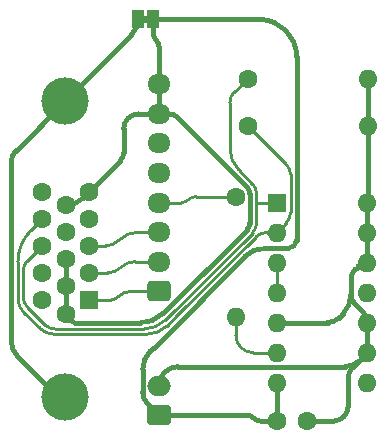
<source format=gbr>
%TF.GenerationSoftware,KiCad,Pcbnew,(6.0.1)*%
%TF.CreationDate,2022-01-23T22:03:48-08:00*%
%TF.ProjectId,gbsc-sync-combiner-v3,67627363-2d73-4796-9e63-2d636f6d6269,rev?*%
%TF.SameCoordinates,Original*%
%TF.FileFunction,Copper,L1,Top*%
%TF.FilePolarity,Positive*%
%FSLAX46Y46*%
G04 Gerber Fmt 4.6, Leading zero omitted, Abs format (unit mm)*
G04 Created by KiCad (PCBNEW (6.0.1)) date 2022-01-23 22:03:48*
%MOMM*%
%LPD*%
G01*
G04 APERTURE LIST*
G04 Aperture macros list*
%AMRoundRect*
0 Rectangle with rounded corners*
0 $1 Rounding radius*
0 $2 $3 $4 $5 $6 $7 $8 $9 X,Y pos of 4 corners*
0 Add a 4 corners polygon primitive as box body*
4,1,4,$2,$3,$4,$5,$6,$7,$8,$9,$2,$3,0*
0 Add four circle primitives for the rounded corners*
1,1,$1+$1,$2,$3*
1,1,$1+$1,$4,$5*
1,1,$1+$1,$6,$7*
1,1,$1+$1,$8,$9*
0 Add four rect primitives between the rounded corners*
20,1,$1+$1,$2,$3,$4,$5,0*
20,1,$1+$1,$4,$5,$6,$7,0*
20,1,$1+$1,$6,$7,$8,$9,0*
20,1,$1+$1,$8,$9,$2,$3,0*%
G04 Aperture macros list end*
%TA.AperFunction,ComponentPad*%
%ADD10RoundRect,0.250000X0.750000X-0.600000X0.750000X0.600000X-0.750000X0.600000X-0.750000X-0.600000X0*%
%TD*%
%TA.AperFunction,ComponentPad*%
%ADD11O,2.000000X1.700000*%
%TD*%
%TA.AperFunction,ComponentPad*%
%ADD12RoundRect,0.250000X0.725000X-0.600000X0.725000X0.600000X-0.725000X0.600000X-0.725000X-0.600000X0*%
%TD*%
%TA.AperFunction,ComponentPad*%
%ADD13O,1.950000X1.700000*%
%TD*%
%TA.AperFunction,SMDPad,CuDef*%
%ADD14R,1.000000X1.500000*%
%TD*%
%TA.AperFunction,ComponentPad*%
%ADD15R,1.600000X1.600000*%
%TD*%
%TA.AperFunction,ComponentPad*%
%ADD16O,1.600000X1.600000*%
%TD*%
%TA.AperFunction,ComponentPad*%
%ADD17C,1.600000*%
%TD*%
%TA.AperFunction,ComponentPad*%
%ADD18C,4.000000*%
%TD*%
%TA.AperFunction,Conductor*%
%ADD19C,0.381000*%
%TD*%
%TA.AperFunction,Conductor*%
%ADD20C,0.254000*%
%TD*%
G04 APERTURE END LIST*
%TO.C,JP1*%
G36*
X109100000Y-53800000D02*
G01*
X108600000Y-53800000D01*
X108600000Y-53200000D01*
X109100000Y-53200000D01*
X109100000Y-53800000D01*
G37*
%TD*%
D10*
%TO.P,J2,1*%
%TO.N,GND*%
X110000000Y-87000000D03*
D11*
%TO.P,J2,2*%
%TO.N,+5V*%
X110000000Y-84500000D03*
%TD*%
D12*
%TO.P,J3,1*%
%TO.N,Red*%
X110000000Y-76500000D03*
D13*
%TO.P,J3,2*%
%TO.N,Green*%
X110000000Y-74000000D03*
%TO.P,J3,3*%
%TO.N,Blue*%
X110000000Y-71500000D03*
%TO.P,J3,4*%
%TO.N,Net-(J3-Pad4)*%
X110000000Y-69000000D03*
%TO.P,J3,5*%
%TO.N,Net-(J3-Pad5)*%
X110000000Y-66500000D03*
%TO.P,J3,6*%
%TO.N,Net-(J3-Pad6)*%
X110000000Y-64000000D03*
%TO.P,J3,7*%
%TO.N,GND*%
X110000000Y-61500000D03*
%TO.P,J3,8*%
X110000000Y-59000000D03*
%TD*%
D14*
%TO.P,JP1,1*%
%TO.N,GND*%
X109500000Y-53500000D03*
%TO.P,JP1,2*%
%TO.N,Net-(J1-Pad0)*%
X108200000Y-53500000D03*
%TD*%
D15*
%TO.P,U1,1*%
%TO.N,/HSync*%
X120000000Y-69000000D03*
D16*
%TO.P,U1,2*%
%TO.N,/VSync*%
X120000000Y-71540000D03*
%TO.P,U1,3*%
%TO.N,Net-(U1-Pad3)*%
X120000000Y-74080000D03*
%TO.P,U1,4*%
X120000000Y-76620000D03*
%TO.P,U1,5*%
%TO.N,+5V*%
X120000000Y-79160000D03*
%TO.P,U1,6*%
%TO.N,/CSync*%
X120000000Y-81700000D03*
%TO.P,U1,7*%
%TO.N,GND*%
X120000000Y-84240000D03*
%TO.P,U1,8*%
%TO.N,Net-(U1-Pad8)*%
X127620000Y-84240000D03*
%TO.P,U1,9*%
%TO.N,+5V*%
X127620000Y-81700000D03*
%TO.P,U1,10*%
X127620000Y-79160000D03*
%TO.P,U1,11*%
%TO.N,Net-(U1-Pad11)*%
X127620000Y-76620000D03*
%TO.P,U1,12*%
%TO.N,+5V*%
X127620000Y-74080000D03*
%TO.P,U1,13*%
X127620000Y-71540000D03*
%TO.P,U1,14*%
X127620000Y-69000000D03*
%TD*%
D17*
%TO.P,R1,1*%
%TO.N,/HSync*%
X117500000Y-58500000D03*
D16*
%TO.P,R1,2*%
%TO.N,+5V*%
X127660000Y-58500000D03*
%TD*%
D17*
%TO.P,C1,1*%
%TO.N,+5V*%
X122500000Y-87500000D03*
%TO.P,C1,2*%
%TO.N,GND*%
X120000000Y-87500000D03*
%TD*%
D18*
%TO.P,J1,0*%
%TO.N,Net-(J1-Pad0)*%
X102036660Y-60435000D03*
X102036660Y-85435000D03*
D15*
%TO.P,J1,1*%
%TO.N,Red*%
X104086660Y-77250000D03*
D17*
%TO.P,J1,2*%
%TO.N,Green*%
X104086660Y-74960000D03*
%TO.P,J1,3*%
%TO.N,Blue*%
X104086660Y-72670000D03*
%TO.P,J1,4*%
%TO.N,Net-(J1-Pad4)*%
X104086660Y-70380000D03*
%TO.P,J1,5*%
%TO.N,GND*%
X104086660Y-68090000D03*
%TO.P,J1,6*%
X102106660Y-78395000D03*
%TO.P,J1,7*%
X102106660Y-76105000D03*
%TO.P,J1,8*%
X102106660Y-73815000D03*
%TO.P,J1,9*%
%TO.N,Net-(J1-Pad9)*%
X102106660Y-71525000D03*
%TO.P,J1,10*%
%TO.N,GND*%
X102106660Y-69235000D03*
%TO.P,J1,11*%
%TO.N,Net-(J1-Pad11)*%
X100126660Y-77250000D03*
%TO.P,J1,12*%
%TO.N,Net-(J1-Pad12)*%
X100126660Y-74960000D03*
%TO.P,J1,13*%
%TO.N,/HSync*%
X100126660Y-72670000D03*
%TO.P,J1,14*%
%TO.N,/VSync*%
X100126660Y-70380000D03*
%TO.P,J1,15*%
%TO.N,Net-(J1-Pad15)*%
X100126660Y-68090000D03*
%TD*%
%TO.P,R3,1*%
%TO.N,Net-(J3-Pad4)*%
X116500000Y-68500000D03*
D16*
%TO.P,R3,2*%
%TO.N,/CSync*%
X116500000Y-78660000D03*
%TD*%
D17*
%TO.P,R2,1*%
%TO.N,/VSync*%
X117500000Y-62500000D03*
D16*
%TO.P,R2,2*%
%TO.N,+5V*%
X127660000Y-62500000D03*
%TD*%
D19*
%TO.N,GND*%
X109793312Y-81043312D02*
X117293312Y-73543312D01*
X110000000Y-87000000D02*
X117396447Y-87000000D01*
X108362605Y-79194999D02*
X102906659Y-79194999D01*
X118500000Y-53500000D02*
X109500000Y-53500000D01*
X109255344Y-81581279D02*
X109793312Y-81043312D01*
X121644511Y-72144511D02*
X121644511Y-56644511D01*
X110000000Y-61500000D02*
X110000000Y-59000000D01*
X107000000Y-64750000D02*
X107000000Y-62750000D01*
X102106660Y-76105000D02*
X102106660Y-78395000D01*
X110916833Y-61500000D02*
X110000000Y-61500000D01*
X118603553Y-87500000D02*
X120000000Y-87500000D01*
X120000000Y-84240000D02*
X120000000Y-87500000D01*
X111505971Y-61744029D02*
X117421136Y-67659194D01*
X117690501Y-68309499D02*
X117690501Y-70690501D01*
X103532094Y-68644566D02*
X104086660Y-68090000D01*
X117443142Y-71287678D02*
X110365410Y-78365410D01*
X104086660Y-68090000D02*
X106698305Y-65478355D01*
X109500000Y-53500000D02*
X109500000Y-54646447D01*
X110000000Y-87000000D02*
X109000000Y-86000000D01*
X108609490Y-85057226D02*
X108609490Y-83140510D01*
X102106660Y-73815000D02*
X102106660Y-76105000D01*
X108250000Y-61500000D02*
X110000000Y-61500000D01*
X110000000Y-55853553D02*
X110000000Y-59000000D01*
X118871756Y-72889499D02*
X120899523Y-72889499D01*
X109750000Y-55250000D02*
G75*
G02*
X109500000Y-54646447I603545J603550D01*
G01*
X118000000Y-87250000D02*
G75*
G03*
X117396447Y-87000000I-603555J-603556D01*
G01*
X110916833Y-61500001D02*
G75*
G02*
X111505970Y-61744030I2J-833161D01*
G01*
X109255344Y-81581279D02*
G75*
G03*
X108609490Y-83140510I1559236J-1559232D01*
G01*
X117443142Y-71287678D02*
G75*
G03*
X117690501Y-70690501I-597165J597172D01*
G01*
X118603553Y-87500000D02*
G75*
G02*
X118000000Y-87250000I0J853552D01*
G01*
X117690501Y-68309499D02*
G75*
G03*
X117421136Y-67659194I-919672J-1D01*
G01*
X121644511Y-72144511D02*
G75*
G02*
X120899523Y-72889499I-744988J0D01*
G01*
X103532094Y-68644566D02*
G75*
G02*
X102106660Y-69235000I-1425436J1425438D01*
G01*
X118500000Y-53500000D02*
G75*
G02*
X121644511Y-56644511I0J-3144511D01*
G01*
X102106660Y-78395000D02*
G75*
G03*
X102906659Y-79194999I799998J-1D01*
G01*
X106999999Y-64750000D02*
G75*
G02*
X106698304Y-65478354I-1030043J-2D01*
G01*
X110000000Y-55853553D02*
G75*
G03*
X109750000Y-55250000I-853552J0D01*
G01*
X108609490Y-85057226D02*
G75*
G03*
X109000000Y-86000000I1333290J3D01*
G01*
X108362605Y-79194999D02*
G75*
G03*
X110365410Y-78365410I0J2832393D01*
G01*
X108250000Y-61500000D02*
G75*
G03*
X107000000Y-62750000I2J-1250002D01*
G01*
X118871756Y-72889500D02*
G75*
G03*
X117293313Y-73543313I0J-2232256D01*
G01*
%TO.N,+5V*%
X127620000Y-71540000D02*
X127620000Y-74080000D01*
X126603553Y-74646446D02*
X126750000Y-74500000D01*
X127000000Y-78000000D02*
X126603554Y-77603554D01*
X127660000Y-58500000D02*
X127660000Y-62500000D01*
X126000000Y-86250000D02*
X126000000Y-83927403D01*
X127620000Y-69000000D02*
X127620000Y-71540000D01*
X122500000Y-87500000D02*
X124750000Y-87500000D01*
X120000000Y-79160000D02*
X124260173Y-79160000D01*
X111609499Y-82890501D02*
X111609989Y-82890011D01*
X127660000Y-68960000D02*
X127620000Y-69000000D01*
X127620000Y-81700000D02*
X126910000Y-82410000D01*
X126750000Y-74500000D02*
X126851801Y-74398199D01*
X111609989Y-82890011D02*
X125751151Y-82890011D01*
X126250000Y-76750000D02*
X126250000Y-75500000D01*
X126910000Y-82410000D02*
X126429499Y-82890501D01*
X127620000Y-79160000D02*
X127620000Y-81700000D01*
X127238162Y-78238163D02*
X127000000Y-78000000D01*
X125250000Y-78750000D02*
X125542893Y-78457107D01*
X127660000Y-62500000D02*
X127660000Y-68960000D01*
X127620000Y-74080001D02*
G75*
G03*
X126851801Y-74398199I2J-1086401D01*
G01*
X126429499Y-82890501D02*
G75*
G03*
X126000000Y-83927403I1036901J-1036902D01*
G01*
X126910000Y-82410000D02*
G75*
G02*
X125751151Y-82890011I-1158846J1158843D01*
G01*
X126250000Y-76750000D02*
G75*
G03*
X126603554Y-77603554I1207111J2D01*
G01*
X111609499Y-82890501D02*
G75*
G03*
X110000000Y-84500000I-1J-1609498D01*
G01*
X127238162Y-78238163D02*
G75*
G02*
X127620000Y-79160000I-921828J-921834D01*
G01*
X126603553Y-74646446D02*
G75*
G03*
X126250000Y-75500000I853563J-853557D01*
G01*
X125250000Y-78750000D02*
G75*
G02*
X124260173Y-79160000I-989826J989823D01*
G01*
X126000000Y-86250000D02*
G75*
G02*
X124750000Y-87500000I-1250002J2D01*
G01*
X126250000Y-76750000D02*
G75*
G02*
X125542893Y-78457107I-2414211J-1D01*
G01*
%TO.N,Net-(J1-Pad0)*%
X102036660Y-60435000D02*
X97873593Y-64598067D01*
X97500000Y-65500000D02*
X97500000Y-80792894D01*
X102036660Y-60435000D02*
X107654354Y-54817306D01*
X98000000Y-82000000D02*
X101009562Y-85009562D01*
X108200000Y-53500000D02*
G75*
G02*
X107654354Y-54817306I-1862949J-1D01*
G01*
X97500000Y-65500000D02*
G75*
G02*
X97873593Y-64598067I1275528J-1D01*
G01*
X102036660Y-85434999D02*
G75*
G02*
X101009563Y-85009561I0J1452535D01*
G01*
X98000000Y-82000000D02*
G75*
G02*
X97500000Y-80792894I1207108J1207107D01*
G01*
D20*
%TO.N,/VSync*%
X120000000Y-71540000D02*
X119112591Y-71540000D01*
X111552378Y-78552378D02*
X110660700Y-79444055D01*
X98045990Y-77153923D02*
X98045990Y-74045990D01*
X121127001Y-69839840D02*
X121127001Y-66622999D01*
X99886189Y-79636189D02*
X98500000Y-78250000D01*
X108916519Y-80166519D02*
X101166519Y-80166519D01*
X117500000Y-62500000D02*
X120776277Y-65776277D01*
X99166981Y-71339680D02*
X100126660Y-70380000D01*
X118177378Y-71927378D02*
X111552378Y-78552378D01*
X120028284Y-71471715D02*
X120750000Y-70750000D01*
X99166981Y-71339680D02*
G75*
G03*
X98045990Y-74045990I2706305J-2706309D01*
G01*
X118177378Y-71927378D02*
G75*
G02*
X119112591Y-71540000I935216J-935219D01*
G01*
X120028284Y-71471715D02*
G75*
G03*
X120000000Y-71540000I68292J-68287D01*
G01*
X108916519Y-80166519D02*
G75*
G03*
X110660700Y-79444055I1J2466640D01*
G01*
X121127000Y-66622999D02*
G75*
G03*
X120776276Y-65776278I-1197452J-3D01*
G01*
X121127000Y-69839840D02*
G75*
G02*
X120749999Y-70749999I-1287166J3D01*
G01*
X99886189Y-79636189D02*
G75*
G03*
X101166519Y-80166519I1280328J1280325D01*
G01*
X98045991Y-77153923D02*
G75*
G03*
X98500001Y-78249999I1550091J2D01*
G01*
%TO.N,/HSync*%
X98500000Y-74750000D02*
X98500000Y-77000000D01*
X116000000Y-64439340D02*
X116000000Y-64250000D01*
X118246905Y-68246905D02*
X118246905Y-69003095D01*
X118246905Y-70746905D02*
X118246905Y-69003095D01*
X110481344Y-78981344D02*
X117915358Y-71547330D01*
X98820560Y-73976100D02*
X100126660Y-72670000D01*
X117500000Y-58500000D02*
X116375000Y-59625000D01*
X101212509Y-79712509D02*
X108716156Y-79712509D01*
X116750000Y-66250000D02*
X117893351Y-67393351D01*
X100358955Y-79358956D02*
X99500000Y-78500000D01*
X118246905Y-69003095D02*
X119996905Y-69003095D01*
X116000000Y-60530330D02*
X116000000Y-64250000D01*
X99500000Y-78500000D02*
X98853554Y-77853554D01*
X118246905Y-68246905D02*
G75*
G03*
X117893351Y-67393351I-1207111J-2D01*
G01*
X110481344Y-78981344D02*
G75*
G02*
X108716156Y-79712509I-1765187J1765185D01*
G01*
X98500000Y-77000000D02*
G75*
G03*
X98853554Y-77853554I1207111J2D01*
G01*
X120000000Y-69000000D02*
G75*
G02*
X119996905Y-69003095I-3097J2D01*
G01*
X116000000Y-60530330D02*
G75*
G02*
X116375000Y-59625000I1280327J1D01*
G01*
X116000001Y-64439340D02*
G75*
G03*
X116750001Y-66249999I2560659J0D01*
G01*
X98820560Y-73976100D02*
G75*
G03*
X98500000Y-74750000I773900J-773900D01*
G01*
X100358955Y-79358956D02*
G75*
G03*
X101212509Y-79712509I853557J853563D01*
G01*
X118246905Y-70746905D02*
G75*
G02*
X117915358Y-71547330I-1131964J-3D01*
G01*
%TO.N,Blue*%
X104086660Y-72670000D02*
X105486031Y-72670000D01*
X108310660Y-71500000D02*
X110000000Y-71500000D01*
X106500000Y-72250000D02*
G75*
G02*
X105486031Y-72670000I-1013967J1013964D01*
G01*
X108310660Y-71500001D02*
G75*
G03*
X106500001Y-72250001I0J-2560659D01*
G01*
%TO.N,Green*%
X104086660Y-74960000D02*
X105639462Y-74960000D01*
X107957106Y-74000000D02*
X110000000Y-74000000D01*
X107957106Y-74000001D02*
G75*
G03*
X106750001Y-74500001I1J-1707107D01*
G01*
X106750000Y-74500000D02*
G75*
G02*
X105639462Y-74960000I-1110535J1110529D01*
G01*
%TO.N,Red*%
X104086660Y-77250000D02*
X105896447Y-77250000D01*
X107707106Y-76500000D02*
X110000000Y-76500000D01*
X106500000Y-77000000D02*
G75*
G02*
X105896447Y-77250000I-603550J603545D01*
G01*
X107707106Y-76500001D02*
G75*
G03*
X106500001Y-77000001I1J-1707107D01*
G01*
%TO.N,Net-(J3-Pad4)*%
X113103553Y-68500000D02*
X116500000Y-68500000D01*
X110000000Y-69000000D02*
X111896447Y-69000000D01*
X113103553Y-68500000D02*
G75*
G03*
X112500000Y-68750000I0J-853552D01*
G01*
X112500000Y-68750000D02*
G75*
G02*
X111896447Y-69000000I-603550J603545D01*
G01*
%TO.N,/CSync*%
X116500000Y-80250000D02*
X116500000Y-78660000D01*
X120000000Y-81700000D02*
X117950000Y-81700000D01*
X116500000Y-80250000D02*
G75*
G03*
X117950000Y-81700000I1449999J-1D01*
G01*
%TO.N,Net-(U1-Pad3)*%
X120000000Y-76620000D02*
X120000000Y-74080000D01*
%TD*%
M02*

</source>
